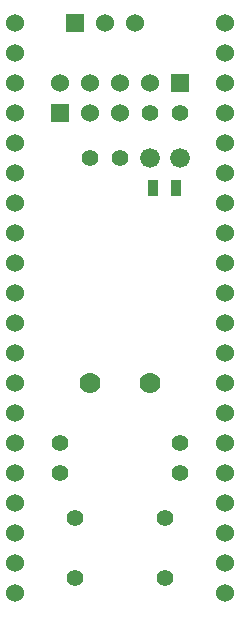
<source format=gbs>
G04 (created by PCBNEW (2013-mar-13)-testing) date Wed 17 Sep 2014 03:38:06 PM PDT*
%MOIN*%
G04 Gerber Fmt 3.4, Leading zero omitted, Abs format*
%FSLAX34Y34*%
G01*
G70*
G90*
G04 APERTURE LIST*
%ADD10C,0.005906*%
%ADD11C,0.055000*%
%ADD12C,0.066000*%
%ADD13R,0.060000X0.060000*%
%ADD14C,0.060000*%
%ADD15C,0.070000*%
%ADD16R,0.035000X0.055000*%
G04 APERTURE END LIST*
G54D10*
G54D11*
X57500Y-32000D03*
X56500Y-32000D03*
X59500Y-41500D03*
X59500Y-42500D03*
X55500Y-41500D03*
X55500Y-42500D03*
G54D12*
X58500Y-32000D03*
X59500Y-32000D03*
G54D13*
X56000Y-27500D03*
G54D14*
X57000Y-27500D03*
X58000Y-27500D03*
X54000Y-27500D03*
X54000Y-28500D03*
X54000Y-29500D03*
X54000Y-30500D03*
X54000Y-31500D03*
X54000Y-32500D03*
X54000Y-33500D03*
X54000Y-34500D03*
X54000Y-35500D03*
X54000Y-36500D03*
X54000Y-37500D03*
X54000Y-38500D03*
X54000Y-39500D03*
X54000Y-40500D03*
X54000Y-41500D03*
X54000Y-42500D03*
X54000Y-43500D03*
X54000Y-44500D03*
X54000Y-45500D03*
X54000Y-46500D03*
G54D13*
X55500Y-30500D03*
G54D14*
X55500Y-29500D03*
X56500Y-30500D03*
X56500Y-29500D03*
X57500Y-30500D03*
X57500Y-29500D03*
X61000Y-27500D03*
X61000Y-28500D03*
X61000Y-29500D03*
X61000Y-30500D03*
X61000Y-31500D03*
X61000Y-32500D03*
X61000Y-33500D03*
X61000Y-34500D03*
X61000Y-35500D03*
X61000Y-36500D03*
X61000Y-37500D03*
X61000Y-38500D03*
X61000Y-39500D03*
X61000Y-40500D03*
X61000Y-41500D03*
X61000Y-42500D03*
X61000Y-43500D03*
X61000Y-44500D03*
X61000Y-45500D03*
X61000Y-46500D03*
G54D11*
X59500Y-30500D03*
X58500Y-30500D03*
X59000Y-44000D03*
X59000Y-46000D03*
X56000Y-44000D03*
X56000Y-46000D03*
G54D15*
X56500Y-39500D03*
X58500Y-39500D03*
G54D13*
X59500Y-29500D03*
G54D14*
X58500Y-29500D03*
G54D16*
X59375Y-33000D03*
X58625Y-33000D03*
M02*

</source>
